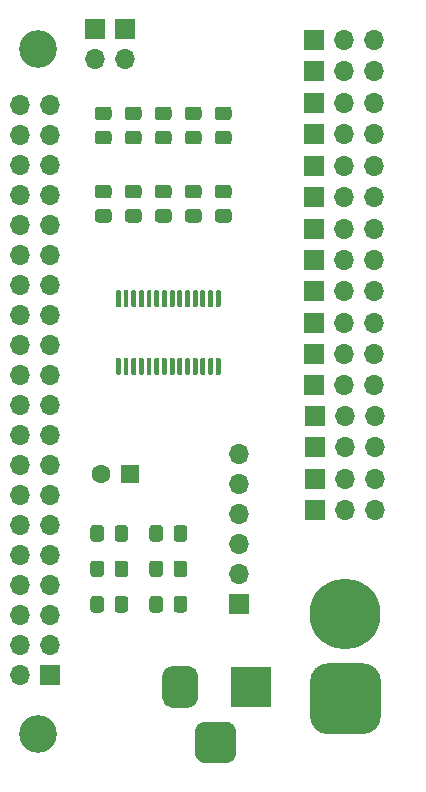
<source format=gts>
%TF.GenerationSoftware,KiCad,Pcbnew,(5.1.6)-1*%
%TF.CreationDate,2020-06-14T06:25:32-07:00*%
%TF.ProjectId,pcb,7063622e-6b69-4636-9164-5f7063625858,rev?*%
%TF.SameCoordinates,Original*%
%TF.FileFunction,Soldermask,Top*%
%TF.FilePolarity,Negative*%
%FSLAX46Y46*%
G04 Gerber Fmt 4.6, Leading zero omitted, Abs format (unit mm)*
G04 Created by KiCad (PCBNEW (5.1.6)-1) date 2020-06-14 06:25:32*
%MOMM*%
%LPD*%
G01*
G04 APERTURE LIST*
%ADD10R,1.700000X1.700000*%
%ADD11O,1.700000X1.700000*%
%ADD12R,3.500000X3.500000*%
%ADD13C,3.200000*%
%ADD14R,1.600000X1.600000*%
%ADD15C,1.600000*%
%ADD16C,6.000000*%
G04 APERTURE END LIST*
%TO.C,U0*%
G36*
G01*
X110875000Y-93875000D02*
X110675000Y-93875000D01*
G75*
G02*
X110575000Y-93775000I0J100000D01*
G01*
X110575000Y-92500000D01*
G75*
G02*
X110675000Y-92400000I100000J0D01*
G01*
X110875000Y-92400000D01*
G75*
G02*
X110975000Y-92500000I0J-100000D01*
G01*
X110975000Y-93775000D01*
G75*
G02*
X110875000Y-93875000I-100000J0D01*
G01*
G37*
G36*
G01*
X111525000Y-93875000D02*
X111325000Y-93875000D01*
G75*
G02*
X111225000Y-93775000I0J100000D01*
G01*
X111225000Y-92500000D01*
G75*
G02*
X111325000Y-92400000I100000J0D01*
G01*
X111525000Y-92400000D01*
G75*
G02*
X111625000Y-92500000I0J-100000D01*
G01*
X111625000Y-93775000D01*
G75*
G02*
X111525000Y-93875000I-100000J0D01*
G01*
G37*
G36*
G01*
X112175000Y-93875000D02*
X111975000Y-93875000D01*
G75*
G02*
X111875000Y-93775000I0J100000D01*
G01*
X111875000Y-92500000D01*
G75*
G02*
X111975000Y-92400000I100000J0D01*
G01*
X112175000Y-92400000D01*
G75*
G02*
X112275000Y-92500000I0J-100000D01*
G01*
X112275000Y-93775000D01*
G75*
G02*
X112175000Y-93875000I-100000J0D01*
G01*
G37*
G36*
G01*
X112825000Y-93875000D02*
X112625000Y-93875000D01*
G75*
G02*
X112525000Y-93775000I0J100000D01*
G01*
X112525000Y-92500000D01*
G75*
G02*
X112625000Y-92400000I100000J0D01*
G01*
X112825000Y-92400000D01*
G75*
G02*
X112925000Y-92500000I0J-100000D01*
G01*
X112925000Y-93775000D01*
G75*
G02*
X112825000Y-93875000I-100000J0D01*
G01*
G37*
G36*
G01*
X113475000Y-93875000D02*
X113275000Y-93875000D01*
G75*
G02*
X113175000Y-93775000I0J100000D01*
G01*
X113175000Y-92500000D01*
G75*
G02*
X113275000Y-92400000I100000J0D01*
G01*
X113475000Y-92400000D01*
G75*
G02*
X113575000Y-92500000I0J-100000D01*
G01*
X113575000Y-93775000D01*
G75*
G02*
X113475000Y-93875000I-100000J0D01*
G01*
G37*
G36*
G01*
X114125000Y-93875000D02*
X113925000Y-93875000D01*
G75*
G02*
X113825000Y-93775000I0J100000D01*
G01*
X113825000Y-92500000D01*
G75*
G02*
X113925000Y-92400000I100000J0D01*
G01*
X114125000Y-92400000D01*
G75*
G02*
X114225000Y-92500000I0J-100000D01*
G01*
X114225000Y-93775000D01*
G75*
G02*
X114125000Y-93875000I-100000J0D01*
G01*
G37*
G36*
G01*
X114775000Y-93875000D02*
X114575000Y-93875000D01*
G75*
G02*
X114475000Y-93775000I0J100000D01*
G01*
X114475000Y-92500000D01*
G75*
G02*
X114575000Y-92400000I100000J0D01*
G01*
X114775000Y-92400000D01*
G75*
G02*
X114875000Y-92500000I0J-100000D01*
G01*
X114875000Y-93775000D01*
G75*
G02*
X114775000Y-93875000I-100000J0D01*
G01*
G37*
G36*
G01*
X115425000Y-93875000D02*
X115225000Y-93875000D01*
G75*
G02*
X115125000Y-93775000I0J100000D01*
G01*
X115125000Y-92500000D01*
G75*
G02*
X115225000Y-92400000I100000J0D01*
G01*
X115425000Y-92400000D01*
G75*
G02*
X115525000Y-92500000I0J-100000D01*
G01*
X115525000Y-93775000D01*
G75*
G02*
X115425000Y-93875000I-100000J0D01*
G01*
G37*
G36*
G01*
X116075000Y-93875000D02*
X115875000Y-93875000D01*
G75*
G02*
X115775000Y-93775000I0J100000D01*
G01*
X115775000Y-92500000D01*
G75*
G02*
X115875000Y-92400000I100000J0D01*
G01*
X116075000Y-92400000D01*
G75*
G02*
X116175000Y-92500000I0J-100000D01*
G01*
X116175000Y-93775000D01*
G75*
G02*
X116075000Y-93875000I-100000J0D01*
G01*
G37*
G36*
G01*
X116725000Y-93875000D02*
X116525000Y-93875000D01*
G75*
G02*
X116425000Y-93775000I0J100000D01*
G01*
X116425000Y-92500000D01*
G75*
G02*
X116525000Y-92400000I100000J0D01*
G01*
X116725000Y-92400000D01*
G75*
G02*
X116825000Y-92500000I0J-100000D01*
G01*
X116825000Y-93775000D01*
G75*
G02*
X116725000Y-93875000I-100000J0D01*
G01*
G37*
G36*
G01*
X117375000Y-93875000D02*
X117175000Y-93875000D01*
G75*
G02*
X117075000Y-93775000I0J100000D01*
G01*
X117075000Y-92500000D01*
G75*
G02*
X117175000Y-92400000I100000J0D01*
G01*
X117375000Y-92400000D01*
G75*
G02*
X117475000Y-92500000I0J-100000D01*
G01*
X117475000Y-93775000D01*
G75*
G02*
X117375000Y-93875000I-100000J0D01*
G01*
G37*
G36*
G01*
X118025000Y-93875000D02*
X117825000Y-93875000D01*
G75*
G02*
X117725000Y-93775000I0J100000D01*
G01*
X117725000Y-92500000D01*
G75*
G02*
X117825000Y-92400000I100000J0D01*
G01*
X118025000Y-92400000D01*
G75*
G02*
X118125000Y-92500000I0J-100000D01*
G01*
X118125000Y-93775000D01*
G75*
G02*
X118025000Y-93875000I-100000J0D01*
G01*
G37*
G36*
G01*
X118675000Y-93875000D02*
X118475000Y-93875000D01*
G75*
G02*
X118375000Y-93775000I0J100000D01*
G01*
X118375000Y-92500000D01*
G75*
G02*
X118475000Y-92400000I100000J0D01*
G01*
X118675000Y-92400000D01*
G75*
G02*
X118775000Y-92500000I0J-100000D01*
G01*
X118775000Y-93775000D01*
G75*
G02*
X118675000Y-93875000I-100000J0D01*
G01*
G37*
G36*
G01*
X119325000Y-93875000D02*
X119125000Y-93875000D01*
G75*
G02*
X119025000Y-93775000I0J100000D01*
G01*
X119025000Y-92500000D01*
G75*
G02*
X119125000Y-92400000I100000J0D01*
G01*
X119325000Y-92400000D01*
G75*
G02*
X119425000Y-92500000I0J-100000D01*
G01*
X119425000Y-93775000D01*
G75*
G02*
X119325000Y-93875000I-100000J0D01*
G01*
G37*
G36*
G01*
X119325000Y-99600000D02*
X119125000Y-99600000D01*
G75*
G02*
X119025000Y-99500000I0J100000D01*
G01*
X119025000Y-98225000D01*
G75*
G02*
X119125000Y-98125000I100000J0D01*
G01*
X119325000Y-98125000D01*
G75*
G02*
X119425000Y-98225000I0J-100000D01*
G01*
X119425000Y-99500000D01*
G75*
G02*
X119325000Y-99600000I-100000J0D01*
G01*
G37*
G36*
G01*
X118675000Y-99600000D02*
X118475000Y-99600000D01*
G75*
G02*
X118375000Y-99500000I0J100000D01*
G01*
X118375000Y-98225000D01*
G75*
G02*
X118475000Y-98125000I100000J0D01*
G01*
X118675000Y-98125000D01*
G75*
G02*
X118775000Y-98225000I0J-100000D01*
G01*
X118775000Y-99500000D01*
G75*
G02*
X118675000Y-99600000I-100000J0D01*
G01*
G37*
G36*
G01*
X118025000Y-99600000D02*
X117825000Y-99600000D01*
G75*
G02*
X117725000Y-99500000I0J100000D01*
G01*
X117725000Y-98225000D01*
G75*
G02*
X117825000Y-98125000I100000J0D01*
G01*
X118025000Y-98125000D01*
G75*
G02*
X118125000Y-98225000I0J-100000D01*
G01*
X118125000Y-99500000D01*
G75*
G02*
X118025000Y-99600000I-100000J0D01*
G01*
G37*
G36*
G01*
X117375000Y-99600000D02*
X117175000Y-99600000D01*
G75*
G02*
X117075000Y-99500000I0J100000D01*
G01*
X117075000Y-98225000D01*
G75*
G02*
X117175000Y-98125000I100000J0D01*
G01*
X117375000Y-98125000D01*
G75*
G02*
X117475000Y-98225000I0J-100000D01*
G01*
X117475000Y-99500000D01*
G75*
G02*
X117375000Y-99600000I-100000J0D01*
G01*
G37*
G36*
G01*
X116725000Y-99600000D02*
X116525000Y-99600000D01*
G75*
G02*
X116425000Y-99500000I0J100000D01*
G01*
X116425000Y-98225000D01*
G75*
G02*
X116525000Y-98125000I100000J0D01*
G01*
X116725000Y-98125000D01*
G75*
G02*
X116825000Y-98225000I0J-100000D01*
G01*
X116825000Y-99500000D01*
G75*
G02*
X116725000Y-99600000I-100000J0D01*
G01*
G37*
G36*
G01*
X116075000Y-99600000D02*
X115875000Y-99600000D01*
G75*
G02*
X115775000Y-99500000I0J100000D01*
G01*
X115775000Y-98225000D01*
G75*
G02*
X115875000Y-98125000I100000J0D01*
G01*
X116075000Y-98125000D01*
G75*
G02*
X116175000Y-98225000I0J-100000D01*
G01*
X116175000Y-99500000D01*
G75*
G02*
X116075000Y-99600000I-100000J0D01*
G01*
G37*
G36*
G01*
X115425000Y-99600000D02*
X115225000Y-99600000D01*
G75*
G02*
X115125000Y-99500000I0J100000D01*
G01*
X115125000Y-98225000D01*
G75*
G02*
X115225000Y-98125000I100000J0D01*
G01*
X115425000Y-98125000D01*
G75*
G02*
X115525000Y-98225000I0J-100000D01*
G01*
X115525000Y-99500000D01*
G75*
G02*
X115425000Y-99600000I-100000J0D01*
G01*
G37*
G36*
G01*
X114775000Y-99600000D02*
X114575000Y-99600000D01*
G75*
G02*
X114475000Y-99500000I0J100000D01*
G01*
X114475000Y-98225000D01*
G75*
G02*
X114575000Y-98125000I100000J0D01*
G01*
X114775000Y-98125000D01*
G75*
G02*
X114875000Y-98225000I0J-100000D01*
G01*
X114875000Y-99500000D01*
G75*
G02*
X114775000Y-99600000I-100000J0D01*
G01*
G37*
G36*
G01*
X114125000Y-99600000D02*
X113925000Y-99600000D01*
G75*
G02*
X113825000Y-99500000I0J100000D01*
G01*
X113825000Y-98225000D01*
G75*
G02*
X113925000Y-98125000I100000J0D01*
G01*
X114125000Y-98125000D01*
G75*
G02*
X114225000Y-98225000I0J-100000D01*
G01*
X114225000Y-99500000D01*
G75*
G02*
X114125000Y-99600000I-100000J0D01*
G01*
G37*
G36*
G01*
X113475000Y-99600000D02*
X113275000Y-99600000D01*
G75*
G02*
X113175000Y-99500000I0J100000D01*
G01*
X113175000Y-98225000D01*
G75*
G02*
X113275000Y-98125000I100000J0D01*
G01*
X113475000Y-98125000D01*
G75*
G02*
X113575000Y-98225000I0J-100000D01*
G01*
X113575000Y-99500000D01*
G75*
G02*
X113475000Y-99600000I-100000J0D01*
G01*
G37*
G36*
G01*
X112825000Y-99600000D02*
X112625000Y-99600000D01*
G75*
G02*
X112525000Y-99500000I0J100000D01*
G01*
X112525000Y-98225000D01*
G75*
G02*
X112625000Y-98125000I100000J0D01*
G01*
X112825000Y-98125000D01*
G75*
G02*
X112925000Y-98225000I0J-100000D01*
G01*
X112925000Y-99500000D01*
G75*
G02*
X112825000Y-99600000I-100000J0D01*
G01*
G37*
G36*
G01*
X112175000Y-99600000D02*
X111975000Y-99600000D01*
G75*
G02*
X111875000Y-99500000I0J100000D01*
G01*
X111875000Y-98225000D01*
G75*
G02*
X111975000Y-98125000I100000J0D01*
G01*
X112175000Y-98125000D01*
G75*
G02*
X112275000Y-98225000I0J-100000D01*
G01*
X112275000Y-99500000D01*
G75*
G02*
X112175000Y-99600000I-100000J0D01*
G01*
G37*
G36*
G01*
X111525000Y-99600000D02*
X111325000Y-99600000D01*
G75*
G02*
X111225000Y-99500000I0J100000D01*
G01*
X111225000Y-98225000D01*
G75*
G02*
X111325000Y-98125000I100000J0D01*
G01*
X111525000Y-98125000D01*
G75*
G02*
X111625000Y-98225000I0J-100000D01*
G01*
X111625000Y-99500000D01*
G75*
G02*
X111525000Y-99600000I-100000J0D01*
G01*
G37*
G36*
G01*
X110875000Y-99600000D02*
X110675000Y-99600000D01*
G75*
G02*
X110575000Y-99500000I0J100000D01*
G01*
X110575000Y-98225000D01*
G75*
G02*
X110675000Y-98125000I100000J0D01*
G01*
X110875000Y-98125000D01*
G75*
G02*
X110975000Y-98225000I0J-100000D01*
G01*
X110975000Y-99500000D01*
G75*
G02*
X110875000Y-99600000I-100000J0D01*
G01*
G37*
%TD*%
D10*
%TO.C,pi1*%
X105000000Y-125000000D03*
D11*
X102460000Y-125000000D03*
X105000000Y-122460000D03*
X102460000Y-122460000D03*
X105000000Y-119920000D03*
X102460000Y-119920000D03*
X105000000Y-117380000D03*
X102460000Y-117380000D03*
X105000000Y-114840000D03*
X102460000Y-114840000D03*
X105000000Y-112300000D03*
X102460000Y-112300000D03*
X105000000Y-109760000D03*
X102460000Y-109760000D03*
X105000000Y-107220000D03*
X102460000Y-107220000D03*
X105000000Y-104680000D03*
X102460000Y-104680000D03*
X105000000Y-102140000D03*
X102460000Y-102140000D03*
X105000000Y-99600000D03*
X102460000Y-99600000D03*
X105000000Y-97060000D03*
X102460000Y-97060000D03*
X105000000Y-94520000D03*
X102460000Y-94520000D03*
X105000000Y-91980000D03*
X102460000Y-91980000D03*
X105000000Y-89440000D03*
X102460000Y-89440000D03*
X105000000Y-86900000D03*
X102460000Y-86900000D03*
X105000000Y-84360000D03*
X102460000Y-84360000D03*
X105000000Y-81820000D03*
X102460000Y-81820000D03*
X105000000Y-79280000D03*
X102460000Y-79280000D03*
X105000000Y-76740000D03*
X102460000Y-76740000D03*
%TD*%
%TO.C,R8*%
G36*
G01*
X116659999Y-85540000D02*
X117560001Y-85540000D01*
G75*
G02*
X117810000Y-85789999I0J-249999D01*
G01*
X117810000Y-86440001D01*
G75*
G02*
X117560001Y-86690000I-249999J0D01*
G01*
X116659999Y-86690000D01*
G75*
G02*
X116410000Y-86440001I0J249999D01*
G01*
X116410000Y-85789999D01*
G75*
G02*
X116659999Y-85540000I249999J0D01*
G01*
G37*
G36*
G01*
X116659999Y-83490000D02*
X117560001Y-83490000D01*
G75*
G02*
X117810000Y-83739999I0J-249999D01*
G01*
X117810000Y-84390001D01*
G75*
G02*
X117560001Y-84640000I-249999J0D01*
G01*
X116659999Y-84640000D01*
G75*
G02*
X116410000Y-84390001I0J249999D01*
G01*
X116410000Y-83739999D01*
G75*
G02*
X116659999Y-83490000I249999J0D01*
G01*
G37*
%TD*%
%TO.C,R5*%
G36*
G01*
X109039999Y-85540000D02*
X109940001Y-85540000D01*
G75*
G02*
X110190000Y-85789999I0J-249999D01*
G01*
X110190000Y-86440001D01*
G75*
G02*
X109940001Y-86690000I-249999J0D01*
G01*
X109039999Y-86690000D01*
G75*
G02*
X108790000Y-86440001I0J249999D01*
G01*
X108790000Y-85789999D01*
G75*
G02*
X109039999Y-85540000I249999J0D01*
G01*
G37*
G36*
G01*
X109039999Y-83490000D02*
X109940001Y-83490000D01*
G75*
G02*
X110190000Y-83739999I0J-249999D01*
G01*
X110190000Y-84390001D01*
G75*
G02*
X109940001Y-84640000I-249999J0D01*
G01*
X109039999Y-84640000D01*
G75*
G02*
X108790000Y-84390001I0J249999D01*
G01*
X108790000Y-83739999D01*
G75*
G02*
X109039999Y-83490000I249999J0D01*
G01*
G37*
%TD*%
D10*
%TO.C,J3*%
X127381000Y-103075740D03*
D11*
X129921000Y-103075740D03*
X132461000Y-103075740D03*
%TD*%
D10*
%TO.C,J0*%
X127393700Y-111028480D03*
D11*
X129933700Y-111028480D03*
X132473700Y-111028480D03*
%TD*%
%TO.C,R12*%
G36*
G01*
X114550000Y-118549999D02*
X114550000Y-119450001D01*
G75*
G02*
X114300001Y-119700000I-249999J0D01*
G01*
X113649999Y-119700000D01*
G75*
G02*
X113400000Y-119450001I0J249999D01*
G01*
X113400000Y-118549999D01*
G75*
G02*
X113649999Y-118300000I249999J0D01*
G01*
X114300001Y-118300000D01*
G75*
G02*
X114550000Y-118549999I0J-249999D01*
G01*
G37*
G36*
G01*
X116600000Y-118549999D02*
X116600000Y-119450001D01*
G75*
G02*
X116350001Y-119700000I-249999J0D01*
G01*
X115699999Y-119700000D01*
G75*
G02*
X115450000Y-119450001I0J249999D01*
G01*
X115450000Y-118549999D01*
G75*
G02*
X115699999Y-118300000I249999J0D01*
G01*
X116350001Y-118300000D01*
G75*
G02*
X116600000Y-118549999I0J-249999D01*
G01*
G37*
%TD*%
%TO.C,R11*%
G36*
G01*
X114550000Y-115549999D02*
X114550000Y-116450001D01*
G75*
G02*
X114300001Y-116700000I-249999J0D01*
G01*
X113649999Y-116700000D01*
G75*
G02*
X113400000Y-116450001I0J249999D01*
G01*
X113400000Y-115549999D01*
G75*
G02*
X113649999Y-115300000I249999J0D01*
G01*
X114300001Y-115300000D01*
G75*
G02*
X114550000Y-115549999I0J-249999D01*
G01*
G37*
G36*
G01*
X116600000Y-115549999D02*
X116600000Y-116450001D01*
G75*
G02*
X116350001Y-116700000I-249999J0D01*
G01*
X115699999Y-116700000D01*
G75*
G02*
X115450000Y-116450001I0J249999D01*
G01*
X115450000Y-115549999D01*
G75*
G02*
X115699999Y-115300000I249999J0D01*
G01*
X116350001Y-115300000D01*
G75*
G02*
X116600000Y-115549999I0J-249999D01*
G01*
G37*
%TD*%
%TO.C,R10*%
G36*
G01*
X114550000Y-112549999D02*
X114550000Y-113450001D01*
G75*
G02*
X114300001Y-113700000I-249999J0D01*
G01*
X113649999Y-113700000D01*
G75*
G02*
X113400000Y-113450001I0J249999D01*
G01*
X113400000Y-112549999D01*
G75*
G02*
X113649999Y-112300000I249999J0D01*
G01*
X114300001Y-112300000D01*
G75*
G02*
X114550000Y-112549999I0J-249999D01*
G01*
G37*
G36*
G01*
X116600000Y-112549999D02*
X116600000Y-113450001D01*
G75*
G02*
X116350001Y-113700000I-249999J0D01*
G01*
X115699999Y-113700000D01*
G75*
G02*
X115450000Y-113450001I0J249999D01*
G01*
X115450000Y-112549999D01*
G75*
G02*
X115699999Y-112300000I249999J0D01*
G01*
X116350001Y-112300000D01*
G75*
G02*
X116600000Y-112549999I0J-249999D01*
G01*
G37*
%TD*%
%TO.C,D3*%
G36*
G01*
X110450000Y-119450001D02*
X110450000Y-118549999D01*
G75*
G02*
X110699999Y-118300000I249999J0D01*
G01*
X111350001Y-118300000D01*
G75*
G02*
X111600000Y-118549999I0J-249999D01*
G01*
X111600000Y-119450001D01*
G75*
G02*
X111350001Y-119700000I-249999J0D01*
G01*
X110699999Y-119700000D01*
G75*
G02*
X110450000Y-119450001I0J249999D01*
G01*
G37*
G36*
G01*
X108400000Y-119450001D02*
X108400000Y-118549999D01*
G75*
G02*
X108649999Y-118300000I249999J0D01*
G01*
X109300001Y-118300000D01*
G75*
G02*
X109550000Y-118549999I0J-249999D01*
G01*
X109550000Y-119450001D01*
G75*
G02*
X109300001Y-119700000I-249999J0D01*
G01*
X108649999Y-119700000D01*
G75*
G02*
X108400000Y-119450001I0J249999D01*
G01*
G37*
%TD*%
%TO.C,D2*%
G36*
G01*
X110450000Y-116450001D02*
X110450000Y-115549999D01*
G75*
G02*
X110699999Y-115300000I249999J0D01*
G01*
X111350001Y-115300000D01*
G75*
G02*
X111600000Y-115549999I0J-249999D01*
G01*
X111600000Y-116450001D01*
G75*
G02*
X111350001Y-116700000I-249999J0D01*
G01*
X110699999Y-116700000D01*
G75*
G02*
X110450000Y-116450001I0J249999D01*
G01*
G37*
G36*
G01*
X108400000Y-116450001D02*
X108400000Y-115549999D01*
G75*
G02*
X108649999Y-115300000I249999J0D01*
G01*
X109300001Y-115300000D01*
G75*
G02*
X109550000Y-115549999I0J-249999D01*
G01*
X109550000Y-116450001D01*
G75*
G02*
X109300001Y-116700000I-249999J0D01*
G01*
X108649999Y-116700000D01*
G75*
G02*
X108400000Y-116450001I0J249999D01*
G01*
G37*
%TD*%
%TO.C,D1*%
G36*
G01*
X110450000Y-113450001D02*
X110450000Y-112549999D01*
G75*
G02*
X110699999Y-112300000I249999J0D01*
G01*
X111350001Y-112300000D01*
G75*
G02*
X111600000Y-112549999I0J-249999D01*
G01*
X111600000Y-113450001D01*
G75*
G02*
X111350001Y-113700000I-249999J0D01*
G01*
X110699999Y-113700000D01*
G75*
G02*
X110450000Y-113450001I0J249999D01*
G01*
G37*
G36*
G01*
X108400000Y-113450001D02*
X108400000Y-112549999D01*
G75*
G02*
X108649999Y-112300000I249999J0D01*
G01*
X109300001Y-112300000D01*
G75*
G02*
X109550000Y-112549999I0J-249999D01*
G01*
X109550000Y-113450001D01*
G75*
G02*
X109300001Y-113700000I-249999J0D01*
G01*
X108649999Y-113700000D01*
G75*
G02*
X108400000Y-113450001I0J249999D01*
G01*
G37*
%TD*%
%TO.C,R9*%
G36*
G01*
X119199999Y-85540000D02*
X120100001Y-85540000D01*
G75*
G02*
X120350000Y-85789999I0J-249999D01*
G01*
X120350000Y-86440001D01*
G75*
G02*
X120100001Y-86690000I-249999J0D01*
G01*
X119199999Y-86690000D01*
G75*
G02*
X118950000Y-86440001I0J249999D01*
G01*
X118950000Y-85789999D01*
G75*
G02*
X119199999Y-85540000I249999J0D01*
G01*
G37*
G36*
G01*
X119199999Y-83490000D02*
X120100001Y-83490000D01*
G75*
G02*
X120350000Y-83739999I0J-249999D01*
G01*
X120350000Y-84390001D01*
G75*
G02*
X120100001Y-84640000I-249999J0D01*
G01*
X119199999Y-84640000D01*
G75*
G02*
X118950000Y-84390001I0J249999D01*
G01*
X118950000Y-83739999D01*
G75*
G02*
X119199999Y-83490000I249999J0D01*
G01*
G37*
%TD*%
%TO.C,R7*%
G36*
G01*
X114119999Y-85540000D02*
X115020001Y-85540000D01*
G75*
G02*
X115270000Y-85789999I0J-249999D01*
G01*
X115270000Y-86440001D01*
G75*
G02*
X115020001Y-86690000I-249999J0D01*
G01*
X114119999Y-86690000D01*
G75*
G02*
X113870000Y-86440001I0J249999D01*
G01*
X113870000Y-85789999D01*
G75*
G02*
X114119999Y-85540000I249999J0D01*
G01*
G37*
G36*
G01*
X114119999Y-83490000D02*
X115020001Y-83490000D01*
G75*
G02*
X115270000Y-83739999I0J-249999D01*
G01*
X115270000Y-84390001D01*
G75*
G02*
X115020001Y-84640000I-249999J0D01*
G01*
X114119999Y-84640000D01*
G75*
G02*
X113870000Y-84390001I0J249999D01*
G01*
X113870000Y-83739999D01*
G75*
G02*
X114119999Y-83490000I249999J0D01*
G01*
G37*
%TD*%
%TO.C,R6*%
G36*
G01*
X111579999Y-85540000D02*
X112480001Y-85540000D01*
G75*
G02*
X112730000Y-85789999I0J-249999D01*
G01*
X112730000Y-86440001D01*
G75*
G02*
X112480001Y-86690000I-249999J0D01*
G01*
X111579999Y-86690000D01*
G75*
G02*
X111330000Y-86440001I0J249999D01*
G01*
X111330000Y-85789999D01*
G75*
G02*
X111579999Y-85540000I249999J0D01*
G01*
G37*
G36*
G01*
X111579999Y-83490000D02*
X112480001Y-83490000D01*
G75*
G02*
X112730000Y-83739999I0J-249999D01*
G01*
X112730000Y-84390001D01*
G75*
G02*
X112480001Y-84640000I-249999J0D01*
G01*
X111579999Y-84640000D01*
G75*
G02*
X111330000Y-84390001I0J249999D01*
G01*
X111330000Y-83739999D01*
G75*
G02*
X111579999Y-83490000I249999J0D01*
G01*
G37*
%TD*%
%TO.C,R4*%
G36*
G01*
X119199999Y-78920000D02*
X120100001Y-78920000D01*
G75*
G02*
X120350000Y-79169999I0J-249999D01*
G01*
X120350000Y-79820001D01*
G75*
G02*
X120100001Y-80070000I-249999J0D01*
G01*
X119199999Y-80070000D01*
G75*
G02*
X118950000Y-79820001I0J249999D01*
G01*
X118950000Y-79169999D01*
G75*
G02*
X119199999Y-78920000I249999J0D01*
G01*
G37*
G36*
G01*
X119199999Y-76870000D02*
X120100001Y-76870000D01*
G75*
G02*
X120350000Y-77119999I0J-249999D01*
G01*
X120350000Y-77770001D01*
G75*
G02*
X120100001Y-78020000I-249999J0D01*
G01*
X119199999Y-78020000D01*
G75*
G02*
X118950000Y-77770001I0J249999D01*
G01*
X118950000Y-77119999D01*
G75*
G02*
X119199999Y-76870000I249999J0D01*
G01*
G37*
%TD*%
%TO.C,R3*%
G36*
G01*
X116659999Y-78920000D02*
X117560001Y-78920000D01*
G75*
G02*
X117810000Y-79169999I0J-249999D01*
G01*
X117810000Y-79820001D01*
G75*
G02*
X117560001Y-80070000I-249999J0D01*
G01*
X116659999Y-80070000D01*
G75*
G02*
X116410000Y-79820001I0J249999D01*
G01*
X116410000Y-79169999D01*
G75*
G02*
X116659999Y-78920000I249999J0D01*
G01*
G37*
G36*
G01*
X116659999Y-76870000D02*
X117560001Y-76870000D01*
G75*
G02*
X117810000Y-77119999I0J-249999D01*
G01*
X117810000Y-77770001D01*
G75*
G02*
X117560001Y-78020000I-249999J0D01*
G01*
X116659999Y-78020000D01*
G75*
G02*
X116410000Y-77770001I0J249999D01*
G01*
X116410000Y-77119999D01*
G75*
G02*
X116659999Y-76870000I249999J0D01*
G01*
G37*
%TD*%
%TO.C,R2*%
G36*
G01*
X114119999Y-78920000D02*
X115020001Y-78920000D01*
G75*
G02*
X115270000Y-79169999I0J-249999D01*
G01*
X115270000Y-79820001D01*
G75*
G02*
X115020001Y-80070000I-249999J0D01*
G01*
X114119999Y-80070000D01*
G75*
G02*
X113870000Y-79820001I0J249999D01*
G01*
X113870000Y-79169999D01*
G75*
G02*
X114119999Y-78920000I249999J0D01*
G01*
G37*
G36*
G01*
X114119999Y-76870000D02*
X115020001Y-76870000D01*
G75*
G02*
X115270000Y-77119999I0J-249999D01*
G01*
X115270000Y-77770001D01*
G75*
G02*
X115020001Y-78020000I-249999J0D01*
G01*
X114119999Y-78020000D01*
G75*
G02*
X113870000Y-77770001I0J249999D01*
G01*
X113870000Y-77119999D01*
G75*
G02*
X114119999Y-76870000I249999J0D01*
G01*
G37*
%TD*%
%TO.C,R1*%
G36*
G01*
X111579999Y-78920000D02*
X112480001Y-78920000D01*
G75*
G02*
X112730000Y-79169999I0J-249999D01*
G01*
X112730000Y-79820001D01*
G75*
G02*
X112480001Y-80070000I-249999J0D01*
G01*
X111579999Y-80070000D01*
G75*
G02*
X111330000Y-79820001I0J249999D01*
G01*
X111330000Y-79169999D01*
G75*
G02*
X111579999Y-78920000I249999J0D01*
G01*
G37*
G36*
G01*
X111579999Y-76870000D02*
X112480001Y-76870000D01*
G75*
G02*
X112730000Y-77119999I0J-249999D01*
G01*
X112730000Y-77770001D01*
G75*
G02*
X112480001Y-78020000I-249999J0D01*
G01*
X111579999Y-78020000D01*
G75*
G02*
X111330000Y-77770001I0J249999D01*
G01*
X111330000Y-77119999D01*
G75*
G02*
X111579999Y-76870000I249999J0D01*
G01*
G37*
%TD*%
%TO.C,R0*%
G36*
G01*
X109039999Y-78920000D02*
X109940001Y-78920000D01*
G75*
G02*
X110190000Y-79169999I0J-249999D01*
G01*
X110190000Y-79820001D01*
G75*
G02*
X109940001Y-80070000I-249999J0D01*
G01*
X109039999Y-80070000D01*
G75*
G02*
X108790000Y-79820001I0J249999D01*
G01*
X108790000Y-79169999D01*
G75*
G02*
X109039999Y-78920000I249999J0D01*
G01*
G37*
G36*
G01*
X109039999Y-76870000D02*
X109940001Y-76870000D01*
G75*
G02*
X110190000Y-77119999I0J-249999D01*
G01*
X110190000Y-77770001D01*
G75*
G02*
X109940001Y-78020000I-249999J0D01*
G01*
X109039999Y-78020000D01*
G75*
G02*
X108790000Y-77770001I0J249999D01*
G01*
X108790000Y-77119999D01*
G75*
G02*
X109039999Y-76870000I249999J0D01*
G01*
G37*
%TD*%
D10*
%TO.C,J15*%
X127345440Y-71198740D03*
D11*
X129885440Y-71198740D03*
X132425440Y-71198740D03*
%TD*%
D10*
%TO.C,J14*%
X127345440Y-73873360D03*
D11*
X129885440Y-73873360D03*
X132425440Y-73873360D03*
%TD*%
D10*
%TO.C,J13*%
X127345440Y-76540360D03*
D11*
X129885440Y-76540360D03*
X132425440Y-76540360D03*
%TD*%
D10*
%TO.C,J12*%
X127345440Y-79220060D03*
D11*
X129885440Y-79220060D03*
X132425440Y-79220060D03*
%TD*%
%TO.C,J17*%
G36*
G01*
X117250000Y-131575000D02*
X117250000Y-129825000D01*
G75*
G02*
X118125000Y-128950000I875000J0D01*
G01*
X119875000Y-128950000D01*
G75*
G02*
X120750000Y-129825000I0J-875000D01*
G01*
X120750000Y-131575000D01*
G75*
G02*
X119875000Y-132450000I-875000J0D01*
G01*
X118125000Y-132450000D01*
G75*
G02*
X117250000Y-131575000I0J875000D01*
G01*
G37*
G36*
G01*
X114500000Y-127000000D02*
X114500000Y-125000000D01*
G75*
G02*
X115250000Y-124250000I750000J0D01*
G01*
X116750000Y-124250000D01*
G75*
G02*
X117500000Y-125000000I0J-750000D01*
G01*
X117500000Y-127000000D01*
G75*
G02*
X116750000Y-127750000I-750000J0D01*
G01*
X115250000Y-127750000D01*
G75*
G02*
X114500000Y-127000000I0J750000D01*
G01*
G37*
D12*
X122000000Y-126000000D03*
%TD*%
D13*
%TO.C,M3_bottom*%
X104000000Y-130000000D03*
%TD*%
%TO.C,M3_top*%
X104000000Y-72000000D03*
%TD*%
D14*
%TO.C,C1*%
X111760000Y-107950000D03*
D15*
X109260000Y-107950000D03*
%TD*%
D11*
%TO.C,J1*%
X132473700Y-108381800D03*
X129933700Y-108381800D03*
D10*
X127393700Y-108381800D03*
%TD*%
D11*
%TO.C,J2*%
X132461000Y-105722420D03*
X129921000Y-105722420D03*
D10*
X127381000Y-105722420D03*
%TD*%
%TO.C,J4*%
X127370840Y-100451920D03*
D11*
X129910840Y-100451920D03*
X132450840Y-100451920D03*
%TD*%
%TO.C,J5*%
X132450840Y-97792540D03*
X129910840Y-97792540D03*
D10*
X127370840Y-97792540D03*
%TD*%
D11*
%TO.C,J6*%
X132450840Y-95148400D03*
X129910840Y-95148400D03*
D10*
X127370840Y-95148400D03*
%TD*%
D11*
%TO.C,J7*%
X132440680Y-92489020D03*
X129900680Y-92489020D03*
D10*
X127360680Y-92489020D03*
%TD*%
%TO.C,J8*%
X127360680Y-89842340D03*
D11*
X129900680Y-89842340D03*
X132440680Y-89842340D03*
%TD*%
D10*
%TO.C,J9*%
X127360680Y-87195660D03*
D11*
X129900680Y-87195660D03*
X132440680Y-87195660D03*
%TD*%
D10*
%TO.C,J10*%
X127370840Y-84548980D03*
D11*
X129910840Y-84548980D03*
X132450840Y-84548980D03*
%TD*%
%TO.C,J11*%
X132427980Y-81904840D03*
X129887980Y-81904840D03*
D10*
X127347980Y-81904840D03*
%TD*%
D16*
%TO.C,J20*%
X130000000Y-119800000D03*
G36*
G01*
X131500000Y-130000000D02*
X128500000Y-130000000D01*
G75*
G02*
X127000000Y-128500000I0J1500000D01*
G01*
X127000000Y-125500000D01*
G75*
G02*
X128500000Y-124000000I1500000J0D01*
G01*
X131500000Y-124000000D01*
G75*
G02*
X133000000Y-125500000I0J-1500000D01*
G01*
X133000000Y-128500000D01*
G75*
G02*
X131500000Y-130000000I-1500000J0D01*
G01*
G37*
%TD*%
D10*
%TO.C,J16*%
X121000000Y-119000000D03*
D11*
X121000000Y-116460000D03*
X121000000Y-113920000D03*
X121000000Y-111380000D03*
X121000000Y-108840000D03*
X121000000Y-106300000D03*
%TD*%
D10*
%TO.C,J_POE0*%
X111300000Y-70310000D03*
D11*
X111300000Y-72850000D03*
%TD*%
%TO.C,J_POE2*%
X108760000Y-72850000D03*
D10*
X108760000Y-70310000D03*
%TD*%
M02*

</source>
